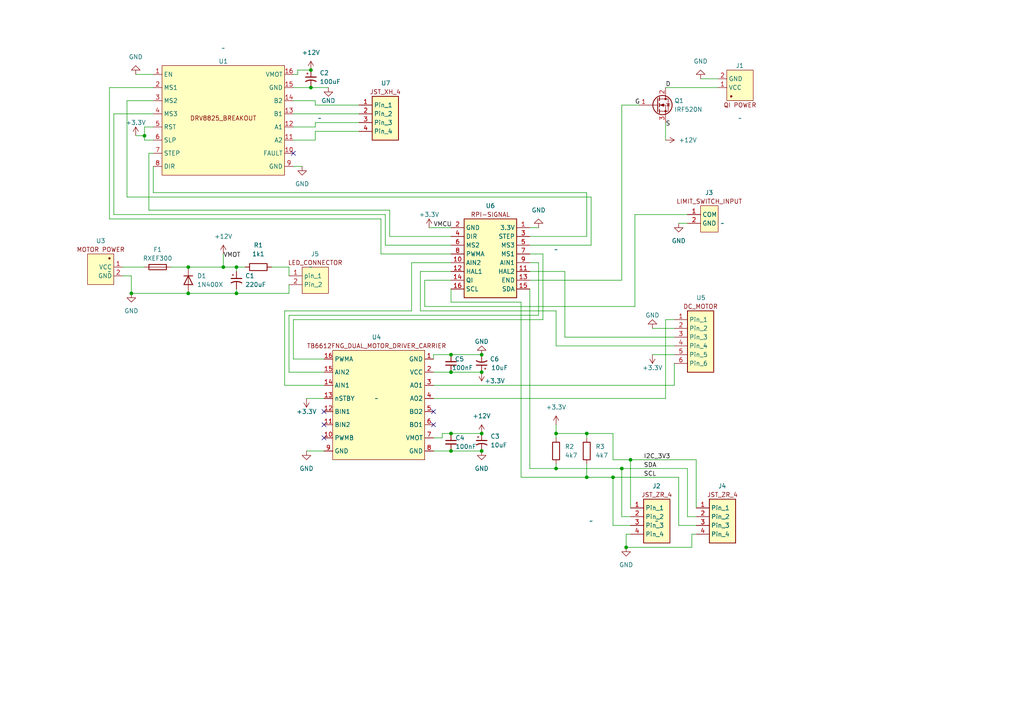
<source format=kicad_sch>
(kicad_sch (version 20230121) (generator eeschema)
  (paper "A4")
  (lib_symbols
    (symbol "1_Bachelors_Symbols:DRV8825_Stepper_Motor_Driver_Carrier"
      (property "Reference" "U" (at 0 17.78 0))
      (symbol "DRV8825_Stepper_Motor_Driver_Carrier_1_1"
        (rectangle (start -17.78 15.24) (end 17.78 -16.51) (fill (type background)))
        (text "DRV8825_BREAKOUT" (at 0 0 0) (effects (font (size 1.27 1.27))))
        (pin input line (at -20.32 12.7 0) (length 2.54) (name "EN") (number "1"))
        (pin input line (at 20.32 -10.16 180) (length 2.54) (name "FAULT") (number "10"))
        (pin input line (at 20.32 -6.35 180) (length 2.54) (name "A2") (number "11"))
        (pin input line (at 20.32 -2.54 180) (length 2.54) (name "A1") (number "12"))
        (pin input line (at 20.32 1.27 180) (length 2.54) (name "B1") (number "13"))
        (pin input line (at 20.32 5.08 180) (length 2.54) (name "B2") (number "14"))
        (pin power_in line (at 20.32 8.89 180) (length 2.54) (name "GND") (number "15"))
        (pin input line (at 20.32 12.7 180) (length 2.54) (name "VMOT") (number "16"))
        (pin input line (at -20.32 8.89 0) (length 2.54) (name "MS1") (number "2"))
        (pin input line (at -20.32 5.08 0) (length 2.54) (name "MS2") (number "3"))
        (pin input line (at -20.32 1.27 0) (length 2.54) (name "MS3") (number "4"))
        (pin input line (at -20.32 -2.54 0) (length 2.54) (name "RST") (number "5"))
        (pin input line (at -20.32 -6.35 0) (length 2.54) (name "SLP") (number "6"))
        (pin input line (at -20.32 -10.16 0) (length 2.54) (name "STEP") (number "7"))
        (pin input line (at -20.32 -13.97 0) (length 2.54) (name "DIR") (number "8"))
        (pin power_in line (at 20.32 -13.97 180) (length 2.54) (name "GND") (number "9"))
      )
    )
    (symbol "1_Bachelors_Symbols:JL129-50002G01"
      (property "Reference" "JP" (at 0 8.89 0))
      (symbol "JL129-50002G01_1_1"
        (rectangle (start -3.81 5.08) (end 3.81 -3.81) (fill (type background)))
        (circle (center 2.54 3.81) (radius 0.254) (fill (type outline)))
        (text "MOTOR POWER\n" (at 0 6.35 0) (effects (font (size 1.27 1.27))))
        (pin power_in line (at 6.35 1.27 180) (length 2.54) (name "VCC") (number "1"))
        (pin power_in line (at 6.35 -1.27 180) (length 2.54) (name "GND") (number "2"))
      )
    )
    (symbol "1_Bachelors_Symbols:JP5"
      (property "Reference" "J" (at 0 12.7 0))
      (symbol "JP5_1_1"
        (rectangle (start -3.81 8.89) (end 3.81 -8.89) (stroke (width 0.254)) (fill (type background)))
        (text "DC_MOTOR" (at 0 10.16 0) (effects (font (size 1.27 1.27))))
        (pin passive line (at -7.62 6.35 0) (length 3.81) (name "Pin_1") (number "1"))
        (pin passive line (at -7.62 3.81 0) (length 3.81) (name "Pin_2") (number "2"))
        (pin passive line (at -7.62 1.27 0) (length 3.81) (name "Pin_3") (number "3"))
        (pin passive line (at -7.62 -1.27 0) (length 3.81) (name "Pin_4") (number "4"))
        (pin passive line (at -7.62 -3.81 0) (length 3.81) (name "Pin_5") (number "5"))
        (pin passive line (at -7.62 -6.35 0) (length 3.81) (name "Pin_6") (number "6"))
      )
    )
    (symbol "1_Bachelors_Symbols:JST_VH_4"
      (property "Reference" "J" (at 0 10.16 0))
      (symbol "JST_VH_4_1_1"
        (rectangle (start -3.81 6.35) (end 3.81 -6.35) (stroke (width 0.254)) (fill (type background)))
        (text "JST_ZR_4\n" (at 0 7.62 0) (effects (font (size 1.27 1.27))))
        (pin passive line (at -7.62 3.81 0) (length 3.81) (name "Pin_1") (number "1"))
        (pin passive line (at -7.62 1.27 0) (length 3.81) (name "Pin_2") (number "2"))
        (pin passive line (at -7.62 -1.27 0) (length 3.81) (name "Pin_3") (number "3"))
        (pin passive line (at -7.62 -3.81 0) (length 3.81) (name "Pin_4") (number "4"))
      )
    )
    (symbol "1_Bachelors_Symbols:JST_XH_4"
      (property "Reference" "J" (at 0 10.16 0))
      (symbol "JST_XH_4_1_1"
        (rectangle (start -3.81 6.35) (end 3.81 -6.35) (stroke (width 0.254)) (fill (type background)))
        (text "JST_XH_4\n" (at 0 7.62 0) (effects (font (size 1.27 1.27))))
        (pin passive line (at -7.62 3.81 0) (length 3.81) (name "Pin_1") (number "1"))
        (pin passive line (at -7.62 1.27 0) (length 3.81) (name "Pin_2") (number "2"))
        (pin passive line (at -7.62 -1.27 0) (length 3.81) (name "Pin_3") (number "3"))
        (pin passive line (at -7.62 -3.81 0) (length 3.81) (name "Pin_4") (number "4"))
      )
    )
    (symbol "1_Bachelors_Symbols:LED_Connector"
      (property "Reference" "J" (at 0 7.62 0))
      (symbol "LED_Connector_1_1"
        (rectangle (start -3.81 3.81) (end 3.81 -3.81) (fill (type background)))
        (text "LED_CONNECTOR" (at 0 5.08 0) (effects (font (size 1.27 1.27))))
        (pin passive line (at -7.62 1.27 0) (length 3.81) (name "pin_1") (number "1"))
        (pin passive line (at -7.62 -1.27 0) (length 3.81) (name "Pin_2") (number "2"))
      )
    )
    (symbol "1_Bachelors_Symbols:Limit_switch_input"
      (property "Reference" "J" (at 0 7.62 0))
      (symbol "Limit_switch_input_1_1"
        (rectangle (start -2.54 3.81) (end 2.54 -3.81) (fill (type background)))
        (text "LIMIT_SWITCH_INPUT" (at 0 5.08 0) (effects (font (size 1.27 1.27))))
        (pin input line (at -6.35 1.27 0) (length 3.81) (name "COM") (number "1"))
        (pin power_in line (at -6.35 -1.27 0) (length 3.81) (name "GND") (number "2"))
      )
    )
    (symbol "1_Bachelors_Symbols:PH{colon}2.54MM 2*6P"
      (property "Reference" "J" (at 0 12.7 0))
      (symbol "PH{colon}2.54MM 2*6P_1_1"
        (rectangle (start -7.62 8.89) (end 7.62 -13.97) (stroke (width 0.254)) (fill (type background)))
        (text "RPI-SIGNAL" (at 0 10.16 0) (effects (font (size 1.27 1.27))))
        (pin power_in line (at -11.43 6.35 0) (length 3.81) (name "3.3V") (number "1"))
        (pin passive line (at 11.43 -3.81 180) (length 3.81) (name "AIN2") (number "10"))
        (pin passive line (at -11.43 -6.35 0) (length 3.81) (name "HAL2") (number "11"))
        (pin passive line (at 11.43 -6.35 180) (length 3.81) (name "HAL1") (number "12"))
        (pin passive line (at -11.43 -8.89 0) (length 3.81) (name "END") (number "13"))
        (pin passive line (at 11.43 -8.89 180) (length 3.81) (name "QI") (number "14"))
        (pin passive line (at -11.43 -11.43 0) (length 3.81) (name "SDA") (number "15"))
        (pin passive line (at 11.43 -11.43 180) (length 3.81) (name "SCL") (number "16"))
        (pin power_in line (at 11.43 6.35 180) (length 3.81) (name "GND") (number "2"))
        (pin passive line (at -11.43 3.81 0) (length 3.81) (name "STEP") (number "3"))
        (pin passive line (at 11.43 3.81 180) (length 3.81) (name "DIR") (number "4"))
        (pin passive line (at -11.43 1.27 0) (length 3.81) (name "MS3") (number "5"))
        (pin passive line (at 11.43 1.27 180) (length 3.81) (name "MS2") (number "6"))
        (pin passive line (at -11.43 -1.27 0) (length 3.81) (name "MS1") (number "7"))
        (pin passive line (at 11.43 -1.27 180) (length 3.81) (name "PWMA") (number "8"))
        (pin passive line (at -11.43 -3.81 0) (length 3.81) (name "AIN1") (number "9"))
      )
    )
    (symbol "1_Bachelors_Symbols:QI-POWER"
      (property "Reference" "J" (at 0 8.89 0))
      (symbol "QI-POWER_1_1"
        (rectangle (start -3.81 3.81) (end 3.81 -5.08) (fill (type background)))
        (circle (center 2.54 2.54) (radius 0.254) (fill (type outline)))
        (text "QI POWER\n" (at 0 5.08 0) (effects (font (size 1.27 1.27))))
        (pin power_in line (at 6.35 0 180) (length 2.54) (name "VCC") (number "1"))
        (pin power_in line (at 6.35 -2.54 180) (length 2.54) (name "GND") (number "2"))
      )
    )
    (symbol "1_Bachelors_Symbols:TB6612FNG_DUAL_MOTOR_DRIVER_CARRIER"
      (property "Reference" "U" (at 0 19.05 0))
      (symbol "TB6612FNG_DUAL_MOTOR_DRIVER_CARRIER_1_1"
        (rectangle (start -12.7 15.24) (end 13.97 -16.51) (fill (type background)))
        (text "TB6612FNG_DUAL_MOTOR_DRIVER_CARRIER" (at 0 16.51 0) (effects (font (size 1.27 1.27))))
        (pin power_in line (at 16.51 12.7 180) (length 2.54) (name "GND") (number "1"))
        (pin input line (at -15.24 -10.16 0) (length 2.54) (name "PWMB") (number "10"))
        (pin input line (at -15.24 -6.35 0) (length 2.54) (name "BIN2") (number "11"))
        (pin input line (at -15.24 -2.54 0) (length 2.54) (name "BIN1") (number "12"))
        (pin input line (at -15.24 1.27 0) (length 2.54) (name "nSTBY") (number "13"))
        (pin input line (at -15.24 5.08 0) (length 2.54) (name "AIN1") (number "14"))
        (pin input line (at -15.24 8.89 0) (length 2.54) (name "AIN2") (number "15"))
        (pin input line (at -15.24 12.7 0) (length 2.54) (name "PWMA") (number "16"))
        (pin power_in line (at 16.51 8.89 180) (length 2.54) (name "VCC") (number "2"))
        (pin input line (at 16.51 5.08 180) (length 2.54) (name "AO1") (number "3"))
        (pin input line (at 16.51 1.27 180) (length 2.54) (name "AO2") (number "4"))
        (pin input line (at 16.51 -2.54 180) (length 2.54) (name "BO2") (number "5"))
        (pin input line (at 16.51 -6.35 180) (length 2.54) (name "BO1") (number "6"))
        (pin power_in line (at 16.51 -10.16 180) (length 2.54) (name "VMOT") (number "7"))
        (pin power_in line (at 16.51 -13.97 180) (length 2.54) (name "GND") (number "8"))
        (pin power_in line (at -15.24 -13.97 0) (length 2.54) (name "GND") (number "9"))
      )
    )
    (symbol "Device:C_Polarized_Small_US" (pin_numbers hide) (pin_names (offset 0.254) hide)
      (property "Reference" "C" (at 0.254 1.778 0))
      (property "Value" "C_Polarized_Small_US" (at 0.254 -2.032 0))
      (symbol "C_Polarized_Small_US_0_1"
        (polyline (pts (xy -1.524 0.508) (xy 1.524 0.508)) (stroke (width 0.3048)))
        (polyline (pts (xy -1.27 1.524) (xy -0.762 1.524)))
        (polyline (pts (xy -1.016 1.27) (xy -1.016 1.778)))
        (arc (start 1.524 -0.762) (mid 0 -0.3734) (end -1.524 -0.762) (stroke (width 0.3048)))
      )
      (symbol "C_Polarized_Small_US_1_1"
        (pin passive line (at 0 2.54 270) (length 2.032) (name "~") (number "1"))
        (pin passive line (at 0 -2.54 90) (length 2.032) (name "~") (number "2"))
      )
    )
    (symbol "Device:C_Small" (pin_numbers hide) (pin_names (offset 0.254) hide)
      (property "Reference" "C" (at 0.254 1.778 0))
      (property "Value" "C_Small" (at 0.254 -2.032 0))
      (symbol "C_Small_0_1"
        (polyline (pts (xy -1.524 -0.508) (xy 1.524 -0.508)) (stroke (width 0.3302)))
        (polyline (pts (xy -1.524 0.508) (xy 1.524 0.508)) (stroke (width 0.3048)))
      )
      (symbol "C_Small_1_1"
        (pin passive line (at 0 2.54 270) (length 2.032) (name "~") (number "1"))
        (pin passive line (at 0 -2.54 90) (length 2.032) (name "~") (number "2"))
      )
    )
    (symbol "Device:D" (pin_numbers hide) (pin_names (offset 1.016) hide)
      (property "Reference" "D" (at 0 2.54 0))
      (property "Value" "D" (at 0 -2.54 0))
      (symbol "D_0_1"
        (polyline (pts (xy -1.27 1.27) (xy -1.27 -1.27)) (stroke (width 0.254)))
        (polyline (pts (xy 1.27 0) (xy -1.27 0)))
        (polyline (pts (xy 1.27 1.27) (xy 1.27 -1.27) (xy -1.27 0) (xy 1.27 1.27)) (stroke (width 0.254)))
      )
      (symbol "D_1_1"
        (pin passive line (at -3.81 0 0) (length 2.54) (name "K") (number "1"))
        (pin passive line (at 3.81 0 180) (length 2.54) (name "A") (number "2"))
      )
    )
    (symbol "Device:Fuse" (pin_numbers hide) (pin_names (offset 0))
      (property "Reference" "F" (at 2.032 0 90))
      (property "Value" "Fuse" (at -1.905 0 90))
      (symbol "Fuse_0_1"
        (rectangle (start -0.762 -2.54) (end 0.762 2.54) (stroke (width 0.254)))
        (polyline (pts (xy 0 2.54) (xy 0 -2.54)))
      )
      (symbol "Fuse_1_1"
        (pin passive line (at 0 3.81 270) (length 1.27) (name "~") (number "1"))
        (pin passive line (at 0 -3.81 90) (length 1.27) (name "~") (number "2"))
      )
    )
    (symbol "Device:R" (pin_numbers hide) (pin_names (offset 0))
      (property "Reference" "R" (at 2.032 0 90))
      (property "Value" "R" (at 0 0 90))
      (symbol "R_0_1"
        (rectangle (start -1.016 -2.54) (end 1.016 2.54) (stroke (width 0.254)))
      )
      (symbol "R_1_1"
        (pin passive line (at 0 3.81 270) (length 1.27) (name "~") (number "1"))
        (pin passive line (at 0 -3.81 90) (length 1.27) (name "~") (number "2"))
      )
    )
    (symbol "Transistor_FET:IRF540N" (pin_names hide)
      (property "Reference" "Q" (at 5.08 1.905 0))
      (property "Value" "IRF540N" (at 5.08 0 0))
      (symbol "IRF540N_0_1"
        (polyline (pts (xy 0.254 0) (xy -2.54 0)))
        (polyline (pts (xy 0.254 1.905) (xy 0.254 -1.905)) (stroke (width 0.254)))
        (polyline (pts (xy 0.762 -1.27) (xy 0.762 -2.286)) (stroke (width 0.254)))
        (polyline (pts (xy 0.762 0.508) (xy 0.762 -0.508)) (stroke (width 0.254)))
        (polyline (pts (xy 0.762 2.286) (xy 0.762 1.27)) (stroke (width 0.254)))
        (polyline (pts (xy 2.54 2.54) (xy 2.54 1.778)))
        (polyline (pts (xy 2.54 -2.54) (xy 2.54 0) (xy 0.762 0)))
        (polyline (pts (xy 0.762 -1.778) (xy 3.302 -1.778) (xy 3.302 1.778) (xy 0.762 1.778)))
        (polyline (pts (xy 1.016 0) (xy 2.032 0.381) (xy 2.032 -0.381) (xy 1.016 0)) (fill (type outline)))
        (polyline (pts (xy 2.794 0.508) (xy 2.921 0.381) (xy 3.683 0.381) (xy 3.81 0.254)))
        (polyline (pts (xy 3.302 0.381) (xy 2.921 -0.254) (xy 3.683 -0.254) (xy 3.302 0.381)))
        (circle (center 1.651 0) (radius 2.794) (stroke (width 0.254)))
        (circle (center 2.54 -1.778) (radius 0.254) (fill (type outline)))
        (circle (center 2.54 1.778) (radius 0.254) (fill (type outline)))
      )
      (symbol "IRF540N_1_1"
        (pin input line (at -5.08 0 0) (length 2.54) (name "G") (number "1"))
        (pin passive line (at 2.54 5.08 270) (length 2.54) (name "D") (number "2"))
        (pin passive line (at 2.54 -5.08 90) (length 2.54) (name "S") (number "3"))
      )
    )
    (symbol "power:+12V" (power) (pin_names (offset 0))
      (property "Value" "+12V" (at 0 3.556 0))
      (symbol "+12V_0_1"
        (polyline (pts (xy -0.762 1.27) (xy 0 2.54)))
        (polyline (pts (xy 0 0) (xy 0 2.54)))
        (polyline (pts (xy 0 2.54) (xy 0.762 1.27)))
      )
      (symbol "+12V_1_1"
        (pin power_in line (at 0 0 90) (length 0) hide (name "+12V") (number "1"))
      )
    )
    (symbol "power:+3.3V" (power) (pin_names (offset 0))
      (property "Value" "+3.3V" (at 0 3.556 0))
      (symbol "+3.3V_0_1"
        (polyline (pts (xy -0.762 1.27) (xy 0 2.54)))
        (polyline (pts (xy 0 0) (xy 0 2.54)))
        (polyline (pts (xy 0 2.54) (xy 0.762 1.27)))
      )
      (symbol "+3.3V_1_1"
        (pin power_in line (at 0 0 90) (length 0) hide (name "+3.3V") (number "1"))
      )
    )
    (symbol "power:GND" (power) (pin_names (offset 0))
      (property "Value" "GND" (at 0 -3.81 0))
      (symbol "GND_0_1"
        (polyline (pts (xy 0 0) (xy 0 -1.27) (xy 1.27 -1.27) (xy 0 -2.54) (xy -1.27 -1.27) (xy 0 -1.27)))
      )
      (symbol "GND_1_1"
        (pin power_in line (at 0 0 270) (length 0) hide (name "GND") (number "1"))
      )
    )
  )
  (junction (at 130.81 102.87))
  (junction (at 170.18 125.73))
  (junction (at 161.29 125.73))
  (junction (at 139.7 107.95))
  (junction (at 130.81 107.95))
  (junction (at 139.7 125.73))
  (junction (at 90.17 25.4))
  (junction (at 54.61 85.09))
  (junction (at 177.8 138.43))
  (junction (at 180.34 135.89))
  (junction (at 90.17 20.32))
  (junction (at 68.58 85.09))
  (junction (at 139.7 130.81))
  (junction (at 41.91 39.37))
  (junction (at 68.58 77.47))
  (junction (at 170.18 138.43))
  (junction (at 54.61 77.47))
  (junction (at 139.7 102.87))
  (junction (at 181.61 158.75))
  (junction (at 64.77 77.47))
  (junction (at 182.88 133.35))
  (junction (at 130.81 125.73))
  (junction (at 161.29 135.89))
  (junction (at 130.81 130.81))
  (junction (at 38.1 85.09))
  (no_connect (at 85.09 44.45))
  (no_connect (at 93.98 119.38))
  (no_connect (at 125.73 119.38))
  (no_connect (at 125.73 123.19))
  (no_connect (at 93.98 123.19))
  (no_connect (at 93.98 127))
  (wire (pts (xy 31.75 25.4) (xy 44.45 25.4)))
  (wire (pts (xy 201.93 133.35) (xy 201.93 147.32)))
  (wire (pts (xy 125.73 130.81) (xy 130.81 130.81)))
  (wire (pts (xy 87.63 48.26) (xy 85.09 48.26)))
  (wire (pts (xy 41.91 36.83) (xy 44.45 36.83)))
  (wire (pts (xy 85.09 25.4) (xy 90.17 25.4)))
  (wire (pts (xy 161.29 125.73) (xy 170.18 125.73)))
  (wire (pts (xy 68.58 77.47) (xy 71.12 77.47)))
  (wire (pts (xy 170.18 138.43) (xy 177.8 138.43)))
  (wire (pts (xy 123.19 88.9) (xy 184.15 88.9)))
  (wire (pts (xy 161.29 100.33) (xy 161.29 90.17)))
  (wire (pts (xy 180.34 149.86) (xy 180.34 135.89)))
  (wire (pts (xy 163.83 78.74) (xy 153.67 78.74)))
  (wire (pts (xy 182.88 149.86) (xy 180.34 149.86)))
  (wire (pts (xy 104.14 38.1) (xy 91.44 38.1)))
  (wire (pts (xy 39.37 39.37) (xy 41.91 39.37)))
  (wire (pts (xy 64.77 77.47) (xy 68.58 77.47)))
  (wire (pts (xy 130.81 102.87) (xy 139.7 102.87)))
  (wire (pts (xy 44.45 55.88) (xy 44.45 48.26)))
  (wire (pts (xy 111.76 71.12) (xy 130.81 71.12)))
  (wire (pts (xy 182.88 133.35) (xy 182.88 147.32)))
  (wire (pts (xy 177.8 133.35) (xy 182.88 133.35)))
  (wire (pts (xy 119.38 76.2) (xy 130.81 76.2)))
  (wire (pts (xy 200.66 154.94) (xy 200.66 158.75)))
  (wire (pts (xy 54.61 77.47) (xy 64.77 77.47)))
  (wire (pts (xy 130.81 107.95) (xy 139.7 107.95)))
  (wire (pts (xy 86.36 20.32) (xy 86.36 21.59)))
  (wire (pts (xy 121.92 78.74) (xy 130.81 78.74)))
  (wire (pts (xy 125.73 127) (xy 128.27 127)))
  (wire (pts (xy 123.19 81.28) (xy 130.81 81.28)))
  (wire (pts (xy 180.34 81.28) (xy 153.67 81.28)))
  (wire (pts (xy 157.48 92.71) (xy 85.09 92.71)))
  (wire (pts (xy 31.75 63.5) (xy 31.75 25.4)))
  (wire (pts (xy 177.8 125.73) (xy 177.8 133.35)))
  (wire (pts (xy 153.67 135.89) (xy 161.29 135.89)))
  (wire (pts (xy 196.85 152.4) (xy 201.93 152.4)))
  (wire (pts (xy 130.81 87.63) (xy 151.13 87.63)))
  (wire (pts (xy 171.45 57.15) (xy 171.45 71.12)))
  (wire (pts (xy 153.67 66.04) (xy 156.21 66.04)))
  (wire (pts (xy 161.29 90.17) (xy 121.92 90.17)))
  (wire (pts (xy 91.44 36.83) (xy 85.09 36.83)))
  (wire (pts (xy 124.46 66.04) (xy 130.81 66.04)))
  (wire (pts (xy 177.8 152.4) (xy 177.8 138.43)))
  (wire (pts (xy 38.1 80.01) (xy 35.56 80.01)))
  (wire (pts (xy 33.02 33.02) (xy 33.02 62.23)))
  (wire (pts (xy 78.74 77.47) (xy 83.82 77.47)))
  (wire (pts (xy 130.81 68.58) (xy 113.03 68.58)))
  (wire (pts (xy 83.82 82.55) (xy 83.82 85.09)))
  (wire (pts (xy 85.09 104.14) (xy 93.98 104.14)))
  (wire (pts (xy 44.45 29.21) (xy 36.83 29.21)))
  (wire (pts (xy 151.13 87.63) (xy 151.13 138.43)))
  (wire (pts (xy 177.8 138.43) (xy 196.85 138.43)))
  (wire (pts (xy 185.42 30.48) (xy 180.34 30.48)))
  (wire (pts (xy 193.04 35.56) (xy 193.04 40.64)))
  (wire (pts (xy 83.82 91.44) (xy 83.82 107.95)))
  (wire (pts (xy 123.19 81.28) (xy 123.19 88.9)))
  (wire (pts (xy 95.25 25.4) (xy 90.17 25.4)))
  (wire (pts (xy 195.58 92.71) (xy 193.04 92.71)))
  (wire (pts (xy 181.61 154.94) (xy 182.88 154.94)))
  (wire (pts (xy 119.38 90.17) (xy 119.38 76.2)))
  (wire (pts (xy 195.58 100.33) (xy 161.29 100.33)))
  (wire (pts (xy 49.53 77.47) (xy 54.61 77.47)))
  (wire (pts (xy 201.93 149.86) (xy 199.39 149.86)))
  (wire (pts (xy 54.61 85.09) (xy 68.58 85.09)))
  (wire (pts (xy 113.03 60.96) (xy 43.18 60.96)))
  (wire (pts (xy 41.91 40.64) (xy 41.91 39.37)))
  (wire (pts (xy 161.29 127) (xy 161.29 125.73)))
  (wire (pts (xy 170.18 68.58) (xy 170.18 55.88)))
  (wire (pts (xy 195.58 105.41) (xy 195.58 111.76)))
  (wire (pts (xy 36.83 29.21) (xy 36.83 57.15)))
  (wire (pts (xy 110.49 73.66) (xy 110.49 63.5)))
  (wire (pts (xy 153.67 68.58) (xy 170.18 68.58)))
  (wire (pts (xy 199.39 62.23) (xy 184.15 62.23)))
  (wire (pts (xy 83.82 77.47) (xy 83.82 80.01)))
  (wire (pts (xy 151.13 138.43) (xy 170.18 138.43)))
  (wire (pts (xy 85.09 92.71) (xy 85.09 104.14)))
  (wire (pts (xy 130.81 73.66) (xy 110.49 73.66)))
  (wire (pts (xy 170.18 127) (xy 170.18 125.73)))
  (wire (pts (xy 38.1 85.09) (xy 38.1 80.01)))
  (wire (pts (xy 91.44 29.21) (xy 85.09 29.21)))
  (wire (pts (xy 128.27 125.73) (xy 130.81 125.73)))
  (wire (pts (xy 199.39 149.86) (xy 199.39 135.89)))
  (wire (pts (xy 182.88 133.35) (xy 201.93 133.35)))
  (wire (pts (xy 193.04 115.57) (xy 125.73 115.57)))
  (wire (pts (xy 125.73 102.87) (xy 130.81 102.87)))
  (wire (pts (xy 130.81 130.81) (xy 139.7 130.81)))
  (wire (pts (xy 68.58 85.09) (xy 83.82 85.09)))
  (wire (pts (xy 33.02 62.23) (xy 111.76 62.23)))
  (wire (pts (xy 170.18 55.88) (xy 44.45 55.88)))
  (wire (pts (xy 91.44 40.64) (xy 85.09 40.64)))
  (wire (pts (xy 193.04 92.71) (xy 193.04 115.57)))
  (wire (pts (xy 203.2 22.86) (xy 208.28 22.86)))
  (wire (pts (xy 153.67 83.82) (xy 153.67 135.89)))
  (wire (pts (xy 104.14 30.48) (xy 91.44 30.48)))
  (wire (pts (xy 91.44 30.48) (xy 91.44 29.21)))
  (wire (pts (xy 182.88 152.4) (xy 177.8 152.4)))
  (wire (pts (xy 113.03 68.58) (xy 113.03 60.96)))
  (wire (pts (xy 184.15 62.23) (xy 184.15 88.9)))
  (wire (pts (xy 39.37 21.59) (xy 44.45 21.59)))
  (wire (pts (xy 125.73 104.14) (xy 125.73 102.87)))
  (wire (pts (xy 195.58 111.76) (xy 125.73 111.76)))
  (wire (pts (xy 68.58 77.47) (xy 68.58 78.74)))
  (wire (pts (xy 163.83 97.79) (xy 163.83 78.74)))
  (wire (pts (xy 125.73 107.95) (xy 130.81 107.95)))
  (wire (pts (xy 82.55 111.76) (xy 82.55 90.17)))
  (wire (pts (xy 88.9 115.57) (xy 93.98 115.57)))
  (wire (pts (xy 93.98 111.76) (xy 82.55 111.76)))
  (wire (pts (xy 181.61 158.75) (xy 181.61 154.94)))
  (wire (pts (xy 170.18 125.73) (xy 177.8 125.73)))
  (wire (pts (xy 36.83 57.15) (xy 171.45 57.15)))
  (wire (pts (xy 153.67 71.12) (xy 171.45 71.12)))
  (wire (pts (xy 121.92 78.74) (xy 121.92 90.17)))
  (wire (pts (xy 88.9 130.81) (xy 93.98 130.81)))
  (wire (pts (xy 196.85 64.77) (xy 199.39 64.77)))
  (wire (pts (xy 196.85 138.43) (xy 196.85 152.4)))
  (wire (pts (xy 128.27 127) (xy 128.27 125.73)))
  (wire (pts (xy 43.18 60.96) (xy 43.18 44.45)))
  (wire (pts (xy 91.44 35.56) (xy 91.44 36.83)))
  (wire (pts (xy 156.21 91.44) (xy 83.82 91.44)))
  (wire (pts (xy 170.18 134.62) (xy 170.18 138.43)))
  (wire (pts (xy 161.29 123.19) (xy 161.29 125.73)))
  (wire (pts (xy 157.48 73.66) (xy 157.48 92.71)))
  (wire (pts (xy 85.09 33.02) (xy 104.14 33.02)))
  (wire (pts (xy 161.29 135.89) (xy 180.34 135.89)))
  (wire (pts (xy 83.82 107.95) (xy 93.98 107.95)))
  (wire (pts (xy 189.23 95.25) (xy 195.58 95.25)))
  (wire (pts (xy 199.39 135.89) (xy 180.34 135.89)))
  (wire (pts (xy 35.56 77.47) (xy 41.91 77.47)))
  (wire (pts (xy 153.67 76.2) (xy 156.21 76.2)))
  (wire (pts (xy 161.29 134.62) (xy 161.29 135.89)))
  (wire (pts (xy 181.61 158.75) (xy 200.66 158.75)))
  (wire (pts (xy 153.67 73.66) (xy 157.48 73.66)))
  (wire (pts (xy 130.81 125.73) (xy 139.7 125.73)))
  (wire (pts (xy 68.58 83.82) (xy 68.58 85.09)))
  (wire (pts (xy 189.23 102.87) (xy 195.58 102.87)))
  (wire (pts (xy 156.21 76.2) (xy 156.21 91.44)))
  (wire (pts (xy 44.45 33.02) (xy 33.02 33.02)))
  (wire (pts (xy 90.17 20.32) (xy 86.36 20.32)))
  (wire (pts (xy 200.66 154.94) (xy 201.93 154.94)))
  (wire (pts (xy 180.34 30.48) (xy 180.34 81.28)))
  (wire (pts (xy 82.55 90.17) (xy 119.38 90.17)))
  (wire (pts (xy 44.45 40.64) (xy 41.91 40.64)))
  (wire (pts (xy 195.58 97.79) (xy 163.83 97.79)))
  (wire (pts (xy 110.49 63.5) (xy 31.75 63.5)))
  (wire (pts (xy 43.18 44.45) (xy 44.45 44.45)))
  (wire (pts (xy 38.1 85.09) (xy 54.61 85.09)))
  (wire (pts (xy 111.76 62.23) (xy 111.76 71.12)))
  (wire (pts (xy 130.81 83.82) (xy 130.81 87.63)))
  (wire (pts (xy 193.04 25.4) (xy 208.28 25.4)))
  (wire (pts (xy 41.91 39.37) (xy 41.91 36.83)))
  (wire (pts (xy 85.09 21.59) (xy 86.36 21.59)))
  (wire (pts (xy 64.77 73.66) (xy 64.77 77.47)))
  (wire (pts (xy 104.14 35.56) (xy 91.44 35.56)))
  (wire (pts (xy 91.44 38.1) (xy 91.44 40.64)))
  (label "I2C_3V3" (at 186.69 133.35 0))
  (label "D" (at 193.04 25.4 0))
  (label "SDA" (at 186.69 135.89 0))
  (label "SCL" (at 186.69 138.43 0))
  (label "G" (at 184.15 30.48 0))
  (label "VMCU" (at 125.73 66.04 0))
  (label "S" (at 193.04 36.83 0))
  (label "VMOT" (at 64.77 74.93 0))
  (symbol (lib_id "power:+3.3V") (at 189.23 102.87 180) (unit 1)
    (property "Reference" "#PWR016" (effects hide))
    (property "Value" "+3.3V" (at 189.23 106.68 0))
  )
  (symbol (lib_id "power:GND") (at 203.2 22.86 180) (unit 1)
    (property "Reference" "#PWR019" (effects hide))
    (property "Value" "GND" (at 203.2 17.78 0))
  )
  (symbol (lib_id "1_Bachelors_Symbols:JL129-50002G01") (at 29.21 78.74 0) (unit 1)
    (property "Reference" "U3" (at 29.21 69.85 0))
    (property "Value" "~" (at 31.75 78.74 0))
    (property "Footprint" "TerminalBlock_Phoenix:TerminalBlock_Phoenix_PT-1,5-2-3.5-H_1x02_P3.50mm_Horizontal" (effects hide))
  )
  (symbol (lib_id "Device:C_Polarized_Small_US") (at 139.7 128.27 0) (unit 1)
    (property "Reference" "C3" (at 142.24 126.5682 0) (effects (justify left)))
    (property "Value" "10uF" (at 142.24 129.1082 0) (effects (justify left)))
    (property "Footprint" "Capacitor_THT:CP_Radial_D5.0mm_P2.00mm" (effects hide))
  )
  (symbol (lib_id "Transistor_FET:IRF540N") (at 190.5 30.48 0) (unit 1)
    (property "Reference" "Q1" (at 195.58 29.21 0) (effects (justify left)))
    (property "Value" "IRF520N" (at 195.58 31.75 0) (effects (justify left)))
    (property "Footprint" "Package_TO_SOT_THT:TO-220-3_Vertical" (effects hide))
    (property "Datasheet" "http://www.irf.com/product-info/datasheets/data/irf540n.pdf" (effects hide))
  )
  (symbol (lib_id "Device:C_Polarized_Small_US") (at 139.7 105.41 180) (unit 1)
    (property "Reference" "C6" (at 144.78 104.14 0) (effects (justify left)))
    (property "Value" "10uF" (at 147.32 106.68 0) (effects (justify left)))
    (property "Footprint" "Capacitor_THT:CP_Radial_D5.0mm_P2.00mm" (effects hide))
  )
  (symbol (lib_id "power:GND") (at 156.21 66.04 180) (unit 1)
    (property "Reference" "#PWR03" (effects hide))
    (property "Value" "GND" (at 156.21 60.96 0))
  )
  (symbol (lib_id "power:+12V") (at 193.04 40.64 270) (unit 1)
    (property "Reference" "#PWR020" (effects hide))
    (property "Value" "+12V" (at 196.85 40.64 90) (effects (justify left)))
  )
  (symbol (lib_id "Device:R") (at 161.29 130.81 0) (unit 1)
    (property "Reference" "R2" (at 163.83 129.54 0) (effects (justify left)))
    (property "Value" "4k7" (at 163.83 132.08 0) (effects (justify left)))
    (property "Footprint" "Resistor_THT:R_Axial_DIN0207_L6.3mm_D2.5mm_P15.24mm_Horizontal" (effects hide))
  )
  (symbol (lib_id "1_Bachelors_Symbols:JST_VH_4") (at 190.5 151.13 0) (unit 1)
    (property "Reference" "J2" (at 189.23 140.97 0) (effects (justify left)))
    (property "Value" "~" (at 171.45 151.13 0))
    (property "Footprint" "Connector_JST:JST_PH_B4B-PH-K_1x04_P2.00mm_Vertical" (effects hide))
  )
  (symbol (lib_id "power:GND") (at 139.7 130.81 0) (unit 1)
    (property "Reference" "#PWR05" (effects hide))
    (property "Value" "GND" (at 139.7 135.89 0))
  )
  (symbol (lib_id "power:+12V") (at 90.17 20.32 0) (unit 1)
    (property "Reference" "#PWR02" (effects hide))
    (property "Value" "+12V" (at 90.17 15.24 0))
  )
  (symbol (lib_id "power:+3.3V") (at 39.37 39.37 0) (unit 1)
    (property "Reference" "#PWR014" (effects hide))
    (property "Value" "+3.3V" (at 39.37 35.56 0))
  )
  (symbol (lib_id "power:GND") (at 88.9 130.81 0) (unit 1)
    (property "Reference" "#PWR06" (effects hide))
    (property "Value" "GND" (at 88.9 135.89 0))
  )
  (symbol (lib_id "power:GND") (at 38.1 85.09 0) (unit 1)
    (property "Reference" "#PWR01" (effects hide))
    (property "Value" "GND" (at 38.1 90.17 0))
  )
  (symbol (lib_id "power:+12V") (at 139.7 125.73 0) (unit 1)
    (property "Reference" "#PWR018" (effects hide))
    (property "Value" "+12V" (at 139.7 120.65 0))
  )
  (symbol (lib_id "Device:C_Small") (at 130.81 128.27 0) (unit 1)
    (property "Reference" "C4" (at 132.08 127 0) (effects (justify left)))
    (property "Value" "100nF" (at 132.08 129.54 0) (effects (justify left)))
    (property "Footprint" "Capacitor_THT:C_Disc_D3.8mm_W2.6mm_P2.50mm" (effects hide))
  )
  (symbol (lib_id "power:GND") (at 139.7 102.87 180) (unit 1)
    (property "Reference" "#PWR07" (effects hide))
    (property "Value" "GND" (at 139.7 99.06 0))
  )
  (symbol (lib_id "Device:D") (at 54.61 81.28 270) (unit 1)
    (property "Reference" "D1" (at 57.15 80.01 90) (effects (justify left)))
    (property "Value" "1N400X " (at 57.15 82.55 90) (effects (justify left)))
    (property "Footprint" "Diode_THT:D_DO-35_SOD27_P7.62mm_Horizontal" (effects hide))
    (property "Sim.Device" "D" (effects hide))
    (property "Sim.Pins" "1=K 2=A" (effects hide))
  )
  (symbol (lib_id "power:GND") (at 95.25 25.4 0) (unit 1)
    (property "Reference" "#PWR023" (effects hide))
    (property "Value" "GND" (at 95.25 29.21 0))
  )
  (symbol (lib_id "Device:R") (at 74.93 77.47 90) (unit 1)
    (property "Reference" "R1" (at 74.93 71.12 90))
    (property "Value" "1k1" (at 74.93 73.66 90))
    (property "Footprint" "Resistor_THT:R_Axial_DIN0207_L6.3mm_D2.5mm_P15.24mm_Horizontal" (effects hide))
  )
  (symbol (lib_id "Device:C_Polarized_Small_US") (at 90.17 22.86 0) (unit 1)
    (property "Reference" "C2" (at 92.71 21.1582 0) (effects (justify left)))
    (property "Value" "100uF" (at 92.71 23.6982 0) (effects (justify left)))
    (property "Footprint" "Capacitor_THT:CP_Radial_D8.0mm_P3.50mm" (effects hide))
  )
  (symbol (lib_id "1_Bachelors_Symbols:JP5") (at 203.2 99.06 0) (unit 1)
    (property "Reference" "U5" (at 201.93 86.36 0) (effects (justify left)))
    (property "Value" "~" (at 204.47 100.33 0))
    (property "Footprint" "Connector_JST:JST_XH_B6B-XH-A_1x06_P2.50mm_Vertical" (effects hide))
  )
  (symbol (lib_id "1_Bachelors_Symbols:JST_VH_4") (at 209.55 151.13 0) (unit 1)
    (property "Reference" "J4" (at 208.28 140.97 0) (effects (justify left)))
    (property "Value" "~" (at 190.5 151.13 0))
    (property "Footprint" "Connector_JST:JST_PH_B4B-PH-K_1x04_P2.00mm_Vertical" (effects hide))
  )
  (symbol (lib_id "power:GND") (at 181.61 158.75 0) (unit 1)
    (property "Reference" "#PWR022" (effects hide))
    (property "Value" "GND" (at 181.61 163.83 0))
  )
  (symbol (lib_id "power:GND") (at 87.63 48.26 0) (unit 1)
    (property "Reference" "#PWR04" (effects hide))
    (property "Value" "GND" (at 87.63 53.34 0))
  )
  (symbol (lib_id "power:GND") (at 196.85 64.77 0) (unit 1)
    (property "Reference" "#PWR010" (effects hide))
    (property "Value" "GND" (at 196.85 69.85 0))
  )
  (symbol (lib_id "power:+3.3V") (at 124.46 66.04 0) (unit 1)
    (property "Reference" "#PWR012" (effects hide))
    (property "Value" "+3.3V" (at 124.46 62.23 0))
  )
  (symbol (lib_id "power:+12V") (at 64.77 73.66 0) (unit 1)
    (property "Reference" "#PWR017" (effects hide))
    (property "Value" "+12V" (at 64.77 68.58 0))
  )
  (symbol (lib_id "power:+3.3V") (at 139.7 107.95 180) (unit 1)
    (property "Reference" "#PWR013" (effects hide))
    (property "Value" "+3.3V" (at 143.51 110.49 0))
  )
  (symbol (lib_id "power:+3.3V") (at 161.29 123.19 0) (unit 1)
    (property "Reference" "#PWR021" (effects hide))
    (property "Value" "+3.3V" (at 161.29 118.11 0))
  )
  (symbol (lib_id "Device:C_Small") (at 130.81 105.41 180) (unit 1)
    (property "Reference" "C5" (at 134.62 104.14 0) (effects (justify left)))
    (property "Value" "100nF" (at 137.16 106.68 0) (effects (justify left)))
    (property "Footprint" "Capacitor_THT:C_Disc_D3.8mm_W2.6mm_P2.50mm" (effects hide))
  )
  (symbol (lib_id "1_Bachelors_Symbols:Limit_switch_input") (at 205.74 63.5 0) (unit 1)
    (property "Reference" "J3" (at 204.47 55.88 0) (effects (justify left)))
    (property "Value" "~" (at 209.55 64.77 0))
    (property "Footprint" "Connector_JST:JST_PH_B2B-PH-K_1x02_P2.00mm_Vertical" (effects hide))
  )
  (symbol (lib_id "1_Bachelors_Symbols:TB6612FNG_DUAL_MOTOR_DRIVER_CARRIER") (at 109.22 116.84 0) (unit 1)
    (property "Reference" "U4" (at 109.22 97.79 0))
    (property "Value" "~" (at 109.22 115.57 0))
    (property "Footprint" "Module:Pololu_Breakout-16_15.2x20.3mm" (effects hide))
  )
  (symbol (lib_id "1_Bachelors_Symbols:QI-POWER") (at 214.63 25.4 180) (unit 1)
    (property "Reference" "J1" (at 213.36 19.05 0) (effects (justify right)))
    (property "Value" "~" (at 214.63 34.29 0))
    (property "Footprint" "Connector_TE-Connectivity:TE_826576-2_1x02_P3.96mm_Vertical" (effects hide))
  )
  (symbol (lib_id "Device:R") (at 170.18 130.81 0) (unit 1)
    (property "Reference" "R3" (at 172.72 129.54 0) (effects (justify left)))
    (property "Value" "4k7" (at 172.72 132.08 0) (effects (justify left)))
    (property "Footprint" "Resistor_THT:R_Axial_DIN0207_L6.3mm_D2.5mm_P15.24mm_Horizontal" (effects hide))
  )
  (symbol (lib_id "1_Bachelors_Symbols:DRV8825_Stepper_Motor_Driver_Carrier") (at 64.77 34.29 0) (unit 1)
    (property "Reference" "U1" (at 64.77 17.78 0))
    (property "Value" "~" (at 64.77 13.97 0))
    (property "Footprint" "Module:Pololu_Breakout-16_15.2x20.3mm" (effects hide))
  )
  (symbol (lib_id "Device:C_Polarized_Small_US") (at 68.58 81.28 0) (unit 1)
    (property "Reference" "C1" (at 71.12 80.01 0) (effects (justify left)))
    (property "Value" "220uF" (at 71.12 82.55 0) (effects (justify left)))
    (property "Footprint" "Capacitor_THT:CP_Radial_D10.0mm_P5.00mm" (effects hide))
  )
  (symbol (lib_id "power:+3.3V") (at 88.9 115.57 180) (unit 1)
    (property "Reference" "#PWR015" (effects hide))
    (property "Value" "+3.3V" (at 88.9 119.38 0))
  )
  (symbol (lib_id "power:GND") (at 39.37 21.59 180) (unit 1)
    (property "Reference" "#PWR09" (effects hide))
    (property "Value" "GND" (at 39.37 16.51 0))
  )
  (symbol (lib_id "1_Bachelors_Symbols:JST_XH_4") (at 111.76 34.29 0) (unit 1)
    (property "Reference" "U7" (at 110.49 24.13 0) (effects (justify left)))
    (property "Value" "~" (at 92.71 34.29 0))
    (property "Footprint" "Connector_JST:JST_XH_B4B-XH-A_1x04_P2.50mm_Vertical" (effects hide))
  )
  (symbol (lib_id "Device:Fuse") (at 45.72 77.47 90) (unit 1)
    (property "Reference" "F1" (at 45.72 72.39 90))
    (property "Value" "RXEF300" (at 45.72 74.93 90))
    (property "Footprint" "Fuse:Fuse_Bourns_MF-RHT300" (effects hide))
  )
  (symbol (lib_id "1_Bachelors_Symbols:LED_Connector") (at 91.44 81.28 0) (unit 1)
    (property "Reference" "J5" (at 90.17 73.66 0) (effects (justify left)))
    (property "Value" "~" (at 90.17 77.47 0))
    (property "Footprint" "Connector_PinSocket_2.00mm:PinSocket_1x02_P2.00mm_Vertical" (effects hide))
  )
  (symbol (lib_id "power:GND") (at 189.23 95.25 180) (unit 1)
    (property "Reference" "#PWR08" (effects hide))
    (property "Value" "GND" (at 189.23 91.44 0))
  )
  (symbol (lib_id "1_Bachelors_Symbols:PH{colon}2.54MM 2*6P") (at 142.24 72.39 0) (mirror y) (unit 1)
    (property "Reference" "U6" (at 142.24 59.69 0))
    (property "Value" "~" (at 161.29 72.39 0))
    (property "Footprint" "Connector_JST:JST_PHD_B16B-PHDSS_2x08_P2.00mm_Vertical" (effects hide))
  )
)
</source>
